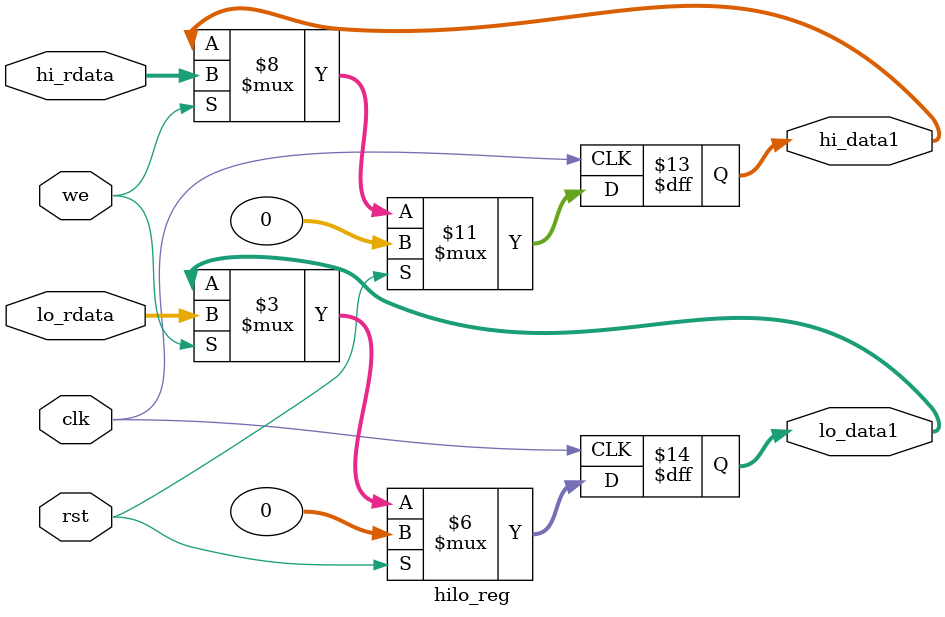
<source format=v>
`timescale 1ns / 1ps



module hilo_reg(
    input wire clk, 
    input wire rst,
    input wire we,
    input wire [31:0] hi_rdata,
    input wire [31:0] lo_rdata,
    output reg [31:0] hi_data1,
    output reg [31:0] lo_data1
    );
    always @(posedge clk) begin
        if (rst) begin
            hi_data1<=32'b0;
            lo_data1<=32'b0;
        end
        else if (we ==1'b1)begin
            hi_data1 <= hi_rdata;
            lo_data1 <= lo_rdata;
        end
     end     
endmodule

</source>
